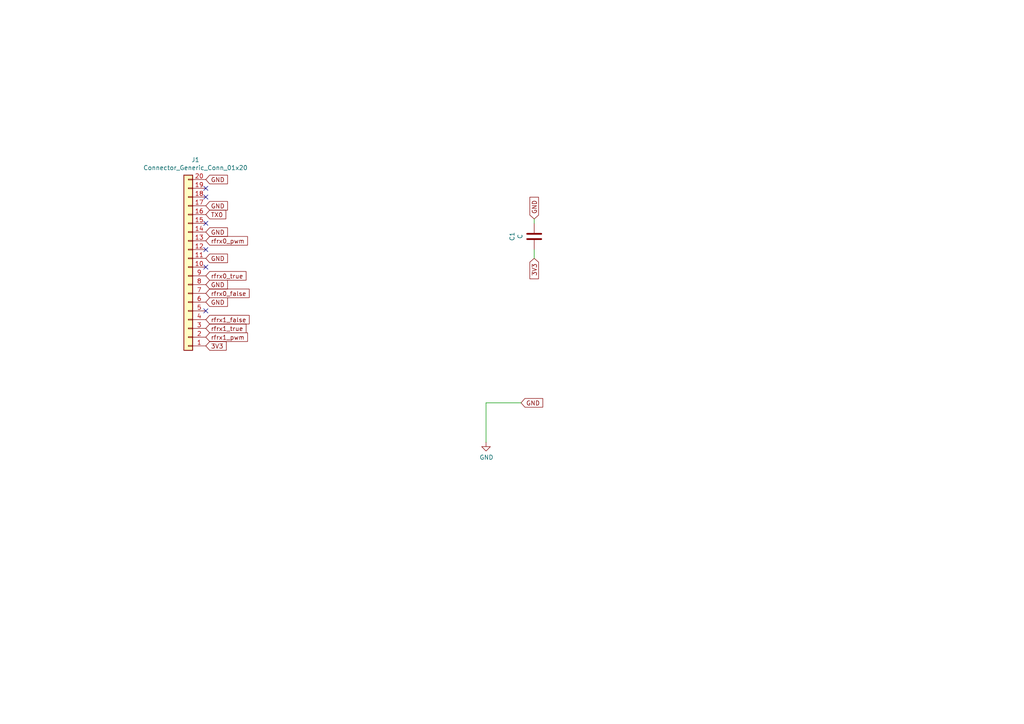
<source format=kicad_sch>
(kicad_sch (version 20211123) (generator eeschema)
  (paper "A4")
  (lib_symbols
    (symbol "Device:C" (pin_numbers hide) (pin_names (offset 0.254))
      (property "Reference" "C" (at 0.635 2.54 0))
      (property "Value" "C" (at 0.635 -2.54 0))
      (symbol "C_0_1"
        (polyline (pts (xy -2.032 -0.762) (xy 2.032 -0.762)) (stroke (width 0.508)))
        (polyline (pts (xy -2.032 0.762) (xy 2.032 0.762)) (stroke (width 0.508)))
      )
      (symbol "C_1_1"
        (pin passive line (at 0 3.81 270) (length 2.794) (name "~") (number "1"))
        (pin passive line (at 0 -3.81 90) (length 2.794) (name "~") (number "2"))
      )
    )
    (symbol "bgt:Connector_Generic_Conn_01x20" (pin_names (offset 1.016) hide)
      (property "Reference" "J" (at 0 25.4 0))
      (property "Value" "bgt_Connector_Generic_Conn_01x20" (at 0 -27.94 0))
      (symbol "Connector_Generic_Conn_01x20_1_1"
        (rectangle (start -1.27 -25.273) (end 0 -25.527) (stroke (width 0.1524)))
        (rectangle (start -1.27 -22.733) (end 0 -22.987) (stroke (width 0.1524)))
        (rectangle (start -1.27 -20.193) (end 0 -20.447) (stroke (width 0.1524)))
        (rectangle (start -1.27 -17.653) (end 0 -17.907) (stroke (width 0.1524)))
        (rectangle (start -1.27 -15.113) (end 0 -15.367) (stroke (width 0.1524)))
        (rectangle (start -1.27 -12.573) (end 0 -12.827) (stroke (width 0.1524)))
        (rectangle (start -1.27 -10.033) (end 0 -10.287) (stroke (width 0.1524)))
        (rectangle (start -1.27 -7.493) (end 0 -7.747) (stroke (width 0.1524)))
        (rectangle (start -1.27 -4.953) (end 0 -5.207) (stroke (width 0.1524)))
        (rectangle (start -1.27 -2.413) (end 0 -2.667) (stroke (width 0.1524)))
        (rectangle (start -1.27 0.127) (end 0 -0.127) (stroke (width 0.1524)))
        (rectangle (start -1.27 2.667) (end 0 2.413) (stroke (width 0.1524)))
        (rectangle (start -1.27 5.207) (end 0 4.953) (stroke (width 0.1524)))
        (rectangle (start -1.27 7.747) (end 0 7.493) (stroke (width 0.1524)))
        (rectangle (start -1.27 10.287) (end 0 10.033) (stroke (width 0.1524)))
        (rectangle (start -1.27 12.827) (end 0 12.573) (stroke (width 0.1524)))
        (rectangle (start -1.27 15.367) (end 0 15.113) (stroke (width 0.1524)))
        (rectangle (start -1.27 17.907) (end 0 17.653) (stroke (width 0.1524)))
        (rectangle (start -1.27 20.447) (end 0 20.193) (stroke (width 0.1524)))
        (rectangle (start -1.27 22.987) (end 0 22.733) (stroke (width 0.1524)))
        (rectangle (start -1.27 24.13) (end 1.27 -26.67) (stroke (width 0.254)) (fill (type background)))
        (pin passive line (at -5.08 22.86 0) (length 3.81) (name "Pin_1") (number "1"))
        (pin passive line (at -5.08 0 0) (length 3.81) (name "Pin_10") (number "10"))
        (pin passive line (at -5.08 -2.54 0) (length 3.81) (name "Pin_11") (number "11"))
        (pin passive line (at -5.08 -5.08 0) (length 3.81) (name "Pin_12") (number "12"))
        (pin passive line (at -5.08 -7.62 0) (length 3.81) (name "Pin_13") (number "13"))
        (pin passive line (at -5.08 -10.16 0) (length 3.81) (name "Pin_14") (number "14"))
        (pin passive line (at -5.08 -12.7 0) (length 3.81) (name "Pin_15") (number "15"))
        (pin passive line (at -5.08 -15.24 0) (length 3.81) (name "Pin_16") (number "16"))
        (pin passive line (at -5.08 -17.78 0) (length 3.81) (name "Pin_17") (number "17"))
        (pin passive line (at -5.08 -20.32 0) (length 3.81) (name "Pin_18") (number "18"))
        (pin passive line (at -5.08 -22.86 0) (length 3.81) (name "Pin_19") (number "19"))
        (pin passive line (at -5.08 20.32 0) (length 3.81) (name "Pin_2") (number "2"))
        (pin passive line (at -5.08 -25.4 0) (length 3.81) (name "Pin_20") (number "20"))
        (pin passive line (at -5.08 17.78 0) (length 3.81) (name "Pin_3") (number "3"))
        (pin passive line (at -5.08 15.24 0) (length 3.81) (name "Pin_4") (number "4"))
        (pin passive line (at -5.08 12.7 0) (length 3.81) (name "Pin_5") (number "5"))
        (pin passive line (at -5.08 10.16 0) (length 3.81) (name "Pin_6") (number "6"))
        (pin passive line (at -5.08 7.62 0) (length 3.81) (name "Pin_7") (number "7"))
        (pin passive line (at -5.08 5.08 0) (length 3.81) (name "Pin_8") (number "8"))
        (pin passive line (at -5.08 2.54 0) (length 3.81) (name "Pin_9") (number "9"))
      )
    )
    (symbol "power:GND" (power) (pin_names (offset 0))
      (property "Value" "GND" (at 0 -3.81 0))
      (symbol "GND_0_1"
        (polyline (pts (xy 0 0) (xy 0 -1.27) (xy 1.27 -1.27) (xy 0 -2.54) (xy -1.27 -1.27) (xy 0 -1.27)))
      )
      (symbol "GND_1_1"
        (pin power_in line (at 0 0 270) (length 0) hide (name "GND") (number "1"))
      )
    )
  )
  (no_connect (at 59.69 77.47))
  (no_connect (at 59.69 54.61))
  (no_connect (at 59.69 72.39))
  (no_connect (at 59.69 90.17))
  (no_connect (at 59.69 57.15))
  (no_connect (at 59.69 64.77))
  (wire (pts (xy 140.97 116.84) (xy 140.97 128.27)))
  (wire (pts (xy 140.97 116.84) (xy 151.13 116.84)))
  (wire (pts (xy 154.94 74.93) (xy 154.94 72.39)))
  (wire (pts (xy 154.94 64.77) (xy 154.94 63.5)))
  (global_label "GND" (shape input) (at 154.94 63.5 90) (property "Intersheet References" "${INTERSHEET_REFS}" (effects hide)))
  (global_label "rfrx1_false" (shape input) (at 59.69 92.71 0) (property "Intersheet References" "${INTERSHEET_REFS}" (effects hide)))
  (global_label "GND" (shape input) (at 59.69 82.55 0) (property "Intersheet References" "${INTERSHEET_REFS}" (effects hide)))
  (global_label "rfrx0_false" (shape input) (at 59.69 85.09 0) (property "Intersheet References" "${INTERSHEET_REFS}" (effects hide)))
  (global_label "rfrx0_pwm" (shape input) (at 59.69 69.85 0) (property "Intersheet References" "${INTERSHEET_REFS}" (effects hide)))
  (global_label "rfrx0_true" (shape input) (at 59.69 80.01 0) (property "Intersheet References" "${INTERSHEET_REFS}" (effects hide)))
  (global_label "GND" (shape input) (at 59.69 52.07 0) (property "Intersheet References" "${INTERSHEET_REFS}" (effects hide)))
  (global_label "rfrx1_pwm" (shape input) (at 59.69 97.79 0) (property "Intersheet References" "${INTERSHEET_REFS}" (effects hide)))
  (global_label "3V3" (shape input) (at 59.69 100.33 0) (property "Intersheet References" "${INTERSHEET_REFS}" (effects hide)))
  (global_label "GND" (shape input) (at 59.69 59.69 0) (property "Intersheet References" "${INTERSHEET_REFS}" (effects hide)))
  (global_label "TX0" (shape input) (at 59.69 62.23 0) (property "Intersheet References" "${INTERSHEET_REFS}" (effects hide)))
  (global_label "GND" (shape input) (at 59.69 67.31 0) (property "Intersheet References" "${INTERSHEET_REFS}" (effects hide)))
  (global_label "rfrx1_true" (shape input) (at 59.69 95.25 0) (property "Intersheet References" "${INTERSHEET_REFS}" (effects hide)))
  (global_label "GND" (shape input) (at 151.13 116.84 0) (property "Intersheet References" "${INTERSHEET_REFS}" (effects hide)))
  (global_label "3V3" (shape input) (at 154.94 74.93 270) (property "Intersheet References" "${INTERSHEET_REFS}" (effects hide)))
  (global_label "GND" (shape input) (at 59.69 74.93 0) (property "Intersheet References" "${INTERSHEET_REFS}" (effects hide)))
  (global_label "GND" (shape input) (at 59.69 87.63 0) (property "Intersheet References" "${INTERSHEET_REFS}" (effects hide)))
  (symbol (lib_id "power:GND") (at 140.97 128.27 0) (unit 1)
    (property "Reference" "#PWR01" (effects hide))
    (property "Value" "GND" (at 141.097 132.6642 0))
  )
  (symbol (lib_id "bgt:Connector_Generic_Conn_01x20") (at 54.61 77.47 180) (unit 1)
    (property "Reference" "J1" (at 56.6928 46.355 0))
    (property "Value" "Connector_Generic_Conn_01x20" (at 56.6928 48.6664 0))
    (property "Footprint" "Connector_PinHeader_2.54mm:PinHeader_1x20_P2.54mm_Vertical" (effects hide))
  )
  (symbol (lib_id "Device:C") (at 154.94 68.58 0) (unit 1)
    (property "Reference" "C1" (at 148.5392 68.58 90))
    (property "Value" "C" (at 150.8506 68.58 90))
    (property "Footprint" "Capacitor_THT:C_Axial_L3.8mm_D2.6mm_P7.50mm_Horizontal" (effects hide))
  )
)
</source>
